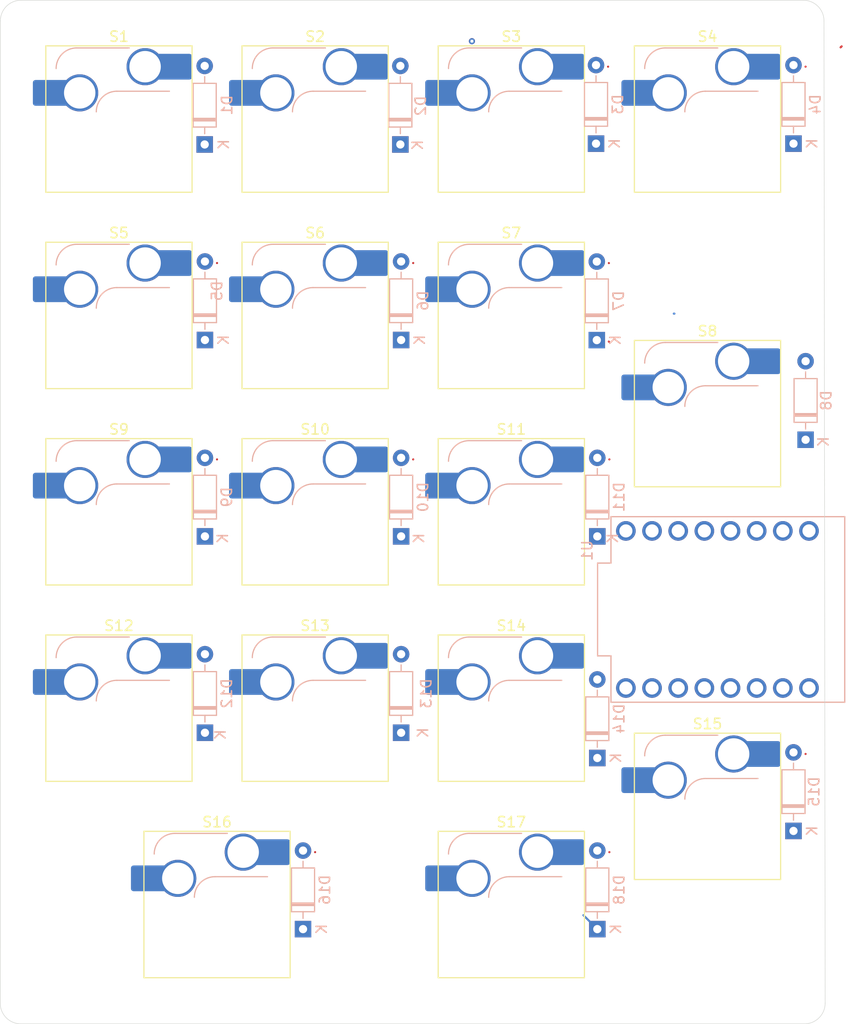
<source format=kicad_pcb>
(kicad_pcb (version 20240108) (generator "pcbnew") (generator_version "8.0")
  (layers (0 "F.Cu" signal) (31 "B.Cu" signal) (34 "B.Paste" user) (35 "F.Paste" user) (36 "B.SilkS" user "B.Silkscreen") (37 "F.SilkS" user "F.Silkscreen") (38 "B.Mask" user) (39 "F.Mask" user) (44 "Edge.Cuts" user))
  (net 0 "")
  (net 1 "Net-(D1-A)")
  (net 2 "Linha 0")
  (net 3 "Net-(D2-A)")
  (net 4 "Net-(D3-A)")
  (net 5 "Net-(D4-A)")
  (net 6 "Net-(D5-A)")
  (net 7 "Linha 1")
  (net 8 "Net-(D6-A)")
  (net 9 "Net-(D7-A)")
  (net 10 "Net-(D8-A)")
  (net 11 "Net-(D9-A)")
  (net 12 "Linha 2")
  (net 13 "Net-(D10-A)")
  (net 14 "Net-(D11-A)")
  (net 15 "Net-(D12-A)")
  (net 16 "Linha 3")
  (net 17 "Net-(D13-A)")
  (net 18 "Net-(D14-A)")
  (net 19 "Net-(D15-A)")
  (net 20 "Net-(D16-A)")
  (net 21 "Linha 4")
  (net 22 "Net-(D18-A)")
  (net 23 "Coluna 0")
  (net 24 "Coluna 1")
  (net 25 "Coluna 2")
  (net 26 "Coluna 3")
  (footprint "ScottoKeebs_Hotswap:Hotswap_MX_Plated_1.00u" (layer "F.Cu") (at 72.6 72.6)
    (property "Reference" "S11" (at 0 -8 0) (layer "F.SilkS"))
    (property "Value" "Keyswitch")
    (pad "" np_thru_hole circle (at -5.08 0) (size 1.75 1.75) (drill 1.75) (layers "F&B.Cu" "*.Mask") (clearance 0.1))
    (pad "" np_thru_hole circle (at 0 0) (size 4 4) (drill 4) (layers "*.Cu" "*.Mask"))
    (pad "" np_thru_hole circle (at 5.08 0) (size 1.75 1.75) (drill 1.75) (layers "*.Cu" "*.Mask"))
    (pad "1" smd roundrect (at -6.585 -2.54) (size 3.55 2.5) (layers "B.Cu") (roundrect_rratio 0.1) (net 25 "Coluna 2"))
    (pad "1" thru_hole circle (at -3.81 -2.54) (size 3.6 3.6) (drill 3.05) (layers "*.Cu" "*.Mask") (net 25 "Coluna 2"))
    (pad "2" thru_hole circle (at 2.54 -5.08) (size 3.6 3.6) (drill 3.05) (layers "*.Cu" "*.Mask") (net 14 "Net-(D11-A)"))
    (pad "2" smd roundrect (at 5.32 -5.08) (size 3.55 2.5) (layers "B.Cu") (roundrect_rratio 0.1) (net 14 "Net-(D11-A)"))
  )
  (footprint "ScottoKeebs_Hotswap:Hotswap_MX_Plated_1.00u" (layer "F.Cu") (at 34.5 34.5)
    (property "Reference" "S1" (at 0 -8 0) (layer "F.SilkS"))
    (property "Value" "Keyswitch")
    (pad "" np_thru_hole circle (at -5.08 0) (size 1.75 1.75) (drill 1.75) (layers "F&B.Cu" "*.Mask") (clearance 0.1))
    (pad "" np_thru_hole circle (at 0 0) (size 4 4) (drill 4) (layers "*.Cu" "*.Mask"))
    (pad "" np_thru_hole circle (at 5.08 0) (size 1.75 1.75) (drill 1.75) (layers "*.Cu" "*.Mask"))
    (pad "1" smd roundrect (at -6.585 -2.54) (size 3.55 2.5) (layers "B.Cu") (roundrect_rratio 0.1) (net 23 "Coluna 0"))
    (pad "1" thru_hole circle (at -3.81 -2.54) (size 3.6 3.6) (drill 3.05) (layers "*.Cu" "*.Mask") (net 23 "Coluna 0"))
    (pad "2" thru_hole circle (at 2.54 -5.08) (size 3.6 3.6) (drill 3.05) (layers "*.Cu" "*.Mask") (net 1 "Net-(D1-A)"))
    (pad "2" smd roundrect (at 5.32 -5.08) (size 3.55 2.5) (layers "B.Cu") (roundrect_rratio 0.1) (net 1 "Net-(D1-A)"))
  )
  (footprint "ScottoKeebs_Hotswap:Hotswap_MX_Plated_1.00u" (layer "F.Cu") (at 34.5 91.65)
    (property "Reference" "S12" (at 0 -8 0) (layer "F.SilkS"))
    (property "Value" "Keyswitch")
    (pad "" np_thru_hole circle (at -5.08 0) (size 1.75 1.75) (drill 1.75) (layers "F&B.Cu" "*.Mask") (clearance 0.1))
    (pad "" np_thru_hole circle (at 0 0) (size 4 4) (drill 4) (layers "*.Cu" "*.Mask"))
    (pad "" np_thru_hole circle (at 5.08 0) (size 1.75 1.75) (drill 1.75) (layers "*.Cu" "*.Mask"))
    (pad "1" smd roundrect (at -6.585 -2.54) (size 3.55 2.5) (layers "B.Cu") (roundrect_rratio 0.1) (net 23 "Coluna 0"))
    (pad "1" thru_hole circle (at -3.81 -2.54) (size 3.6 3.6) (drill 3.05) (layers "*.Cu" "*.Mask") (net 23 "Coluna 0"))
    (pad "2" thru_hole circle (at 2.54 -5.08) (size 3.6 3.6) (drill 3.05) (layers "*.Cu" "*.Mask") (net 15 "Net-(D12-A)"))
    (pad "2" smd roundrect (at 5.32 -5.08) (size 3.55 2.5) (layers "B.Cu") (roundrect_rratio 0.1) (net 15 "Net-(D12-A)"))
  )
  (footprint "ScottoKeebs_Hotswap:Hotswap_MX_Plated_1.00u" (layer "F.Cu") (at 53.55 72.6)
    (property "Reference" "S10" (at 0 -8 0) (layer "F.SilkS"))
    (property "Value" "Keyswitch")
    (pad "" np_thru_hole circle (at -5.08 0) (size 1.75 1.75) (drill 1.75) (layers "F&B.Cu" "*.Mask") (clearance 0.1))
    (pad "" np_thru_hole circle (at 0 0) (size 4 4) (drill 4) (layers "*.Cu" "*.Mask"))
    (pad "" np_thru_hole circle (at 5.08 0) (size 1.75 1.75) (drill 1.75) (layers "*.Cu" "*.Mask"))
    (pad "1" smd roundrect (at -6.585 -2.54) (size 3.55 2.5) (layers "B.Cu") (roundrect_rratio 0.1) (net 24 "Coluna 1"))
    (pad "1" thru_hole circle (at -3.81 -2.54) (size 3.6 3.6) (drill 3.05) (layers "*.Cu" "*.Mask") (net 24 "Coluna 1"))
    (pad "2" thru_hole circle (at 2.54 -5.08) (size 3.6 3.6) (drill 3.05) (layers "*.Cu" "*.Mask") (net 13 "Net-(D10-A)"))
    (pad "2" smd roundrect (at 5.32 -5.08) (size 3.55 2.5) (layers "B.Cu") (roundrect_rratio 0.1) (net 13 "Net-(D10-A)"))
  )
  (footprint "ScottoKeebs_Hotswap:Hotswap_MX_Plated_1.00u" (layer "F.Cu") (at 72.6 110.7)
    (property "Reference" "S17" (at 0 -8 0) (layer "F.SilkS"))
    (property "Value" "Keyswitch")
    (pad "" np_thru_hole circle (at -5.08 0) (size 1.75 1.75) (drill 1.75) (layers "F&B.Cu" "*.Mask") (clearance 0.1))
    (pad "" np_thru_hole circle (at 0 0) (size 4 4) (drill 4) (layers "*.Cu" "*.Mask"))
    (pad "" np_thru_hole circle (at 5.08 0) (size 1.75 1.75) (drill 1.75) (layers "*.Cu" "*.Mask"))
    (pad "1" smd roundrect (at -6.585 -2.54) (size 3.55 2.5) (layers "B.Cu") (roundrect_rratio 0.1) (net 25 "Coluna 2"))
    (pad "1" thru_hole circle (at -3.81 -2.54) (size 3.6 3.6) (drill 3.05) (layers "*.Cu" "*.Mask") (net 25 "Coluna 2"))
    (pad "2" thru_hole circle (at 2.54 -5.08) (size 3.6 3.6) (drill 3.05) (layers "*.Cu" "*.Mask") (net 22 "Net-(D18-A)"))
    (pad "2" smd roundrect (at 5.32 -5.08) (size 3.55 2.5) (layers "B.Cu") (roundrect_rratio 0.1) (net 22 "Net-(D18-A)"))
  )
  (footprint "ScottoKeebs_Hotswap:Hotswap_MX_Plated_1.00u" (layer "F.Cu") (at 53.55 91.65)
    (property "Reference" "S13" (at 0 -8 0) (layer "F.SilkS"))
    (property "Value" "Keyswitch")
    (pad "" np_thru_hole circle (at -5.08 0) (size 1.75 1.75) (drill 1.75) (layers "F&B.Cu" "*.Mask") (clearance 0.1))
    (pad "" np_thru_hole circle (at 0 0) (size 4 4) (drill 4) (layers "*.Cu" "*.Mask"))
    (pad "" np_thru_hole circle (at 5.08 0) (size 1.75 1.75) (drill 1.75) (layers "*.Cu" "*.Mask"))
    (pad "1" smd roundrect (at -6.585 -2.54) (size 3.55 2.5) (layers "B.Cu") (roundrect_rratio 0.1) (net 24 "Coluna 1"))
    (pad "1" thru_hole circle (at -3.81 -2.54) (size 3.6 3.6) (drill 3.05) (layers "*.Cu" "*.Mask") (net 24 "Coluna 1"))
    (pad "2" thru_hole circle (at 2.54 -5.08) (size 3.6 3.6) (drill 3.05) (layers "*.Cu" "*.Mask") (net 17 "Net-(D13-A)"))
    (pad "2" smd roundrect (at 5.32 -5.08) (size 3.55 2.5) (layers "B.Cu") (roundrect_rratio 0.1) (net 17 "Net-(D13-A)"))
  )
  (footprint "ScottoKeebs_Hotswap:Hotswap_MX_Plated_1.00u" (layer "F.Cu") (at 34.5 72.6)
    (property "Reference" "S9" (at 0 -8 0) (layer "F.SilkS"))
    (property "Value" "Keyswitch")
    (pad "" np_thru_hole circle (at -5.08 0) (size 1.75 1.75) (drill 1.75) (layers "F&B.Cu" "*.Mask") (clearance 0.1))
    (pad "" np_thru_hole circle (at 0 0) (size 4 4) (drill 4) (layers "*.Cu" "*.Mask"))
    (pad "" np_thru_hole circle (at 5.08 0) (size 1.75 1.75) (drill 1.75) (layers "*.Cu" "*.Mask"))
    (pad "1" smd roundrect (at -6.585 -2.54) (size 3.55 2.5) (layers "B.Cu") (roundrect_rratio 0.1) (net 23 "Coluna 0"))
    (pad "1" thru_hole circle (at -3.81 -2.54) (size 3.6 3.6) (drill 3.05) (layers "*.Cu" "*.Mask") (net 23 "Coluna 0"))
    (pad "2" thru_hole circle (at 2.54 -5.08) (size 3.6 3.6) (drill 3.05) (layers "*.Cu" "*.Mask") (net 11 "Net-(D9-A)"))
    (pad "2" smd roundrect (at 5.32 -5.08) (size 3.55 2.5) (layers "B.Cu") (roundrect_rratio 0.1) (net 11 "Net-(D9-A)"))
  )
  (footprint "ScottoKeebs_Hotswap:Hotswap_MX_Plated_1.00u" (layer "F.Cu") (at 44.025 110.7)
    (property "Reference" "S16" (at 0 -8 0) (layer "F.SilkS"))
    (property "Value" "Keyswitch")
    (pad "" np_thru_hole circle (at -5.08 0) (size 1.75 1.75) (drill 1.75) (layers "F&B.Cu" "*.Mask") (clearance 0.1))
    (pad "" np_thru_hole circle (at 0 0) (size 4 4) (drill 4) (layers "*.Cu" "*.Mask"))
    (pad "" np_thru_hole circle (at 5.08 0) (size 1.75 1.75) (drill 1.75) (layers "*.Cu" "*.Mask"))
    (pad "1" smd roundrect (at -6.585 -2.54) (size 3.55 2.5) (layers "B.Cu") (roundrect_rratio 0.1) (net 23 "Coluna 0"))
    (pad "1" thru_hole circle (at -3.81 -2.54) (size 3.6 3.6) (drill 3.05) (layers "*.Cu" "*.Mask") (net 23 "Coluna 0"))
    (pad "2" thru_hole circle (at 2.54 -5.08) (size 3.6 3.6) (drill 3.05) (layers "*.Cu" "*.Mask") (net 20 "Net-(D16-A)"))
    (pad "2" smd roundrect (at 5.32 -5.08) (size 3.55 2.5) (layers "B.Cu") (roundrect_rratio 0.1) (net 20 "Net-(D16-A)"))
  )
  (footprint "ScottoKeebs_Hotswap:Hotswap_MX_Plated_1.00u" (layer "F.Cu") (at 53.55 53.55)
    (property "Reference" "S6" (at 0 -8 0) (layer "F.SilkS"))
    (property "Value" "Keyswitch")
    (pad "" np_thru_hole circle (at -5.08 0) (size 1.75 1.75) (drill 1.75) (layers "F&B.Cu" "*.Mask") (clearance 0.1))
    (pad "" np_thru_hole circle (at 0 0) (size 4 4) (drill 4) (layers "*.Cu" "*.Mask"))
    (pad "" np_thru_hole circle (at 5.08 0) (size 1.75 1.75) (drill 1.75) (layers "*.Cu" "*.Mask"))
    (pad "1" smd roundrect (at -6.585 -2.54) (size 3.55 2.5) (layers "B.Cu") (roundrect_rratio 0.1) (net 24 "Coluna 1"))
    (pad "1" thru_hole circle (at -3.81 -2.54) (size 3.6 3.6) (drill 3.05) (layers "*.Cu" "*.Mask") (net 24 "Coluna 1"))
    (pad "2" thru_hole circle (at 2.54 -5.08) (size 3.6 3.6) (drill 3.05) (layers "*.Cu" "*.Mask") (net 8 "Net-(D6-A)"))
    (pad "2" smd roundrect (at 5.32 -5.08) (size 3.55 2.5) (layers "B.Cu") (roundrect_rratio 0.1) (net 8 "Net-(D6-A)"))
  )
  (footprint "ScottoKeebs_Hotswap:Hotswap_MX_Plated_1.00u" (layer "F.Cu") (at 91.65 101.175)
    (property "Reference" "S15" (at 0 -8 0) (layer "F.SilkS"))
    (property "Value" "Keyswitch")
    (pad "" np_thru_hole circle (at -5.08 0) (size 1.75 1.75) (drill 1.75) (layers "F&B.Cu" "*.Mask") (clearance 0.1))
    (pad "" np_thru_hole circle (at 0 0) (size 4 4) (drill 4) (layers "*.Cu" "*.Mask"))
    (pad "" np_thru_hole circle (at 5.08 0) (size 1.75 1.75) (drill 1.75) (layers "*.Cu" "*.Mask"))
    (pad "1" smd roundrect (at -6.585 -2.54) (size 3.55 2.5) (layers "B.Cu") (roundrect_rratio 0.1) (net 26 "Coluna 3"))
    (pad "1" thru_hole circle (at -3.81 -2.54) (size 3.6 3.6) (drill 3.05) (layers "*.Cu" "*.Mask") (net 26 "Coluna 3"))
    (pad "2" thru_hole circle (at 2.54 -5.08) (size 3.6 3.6) (drill 3.05) (layers "*.Cu" "*.Mask") (net 19 "Net-(D15-A)"))
    (pad "2" smd roundrect (at 5.32 -5.08) (size 3.55 2.5) (layers "B.Cu") (roundrect_rratio 0.1) (net 19 "Net-(D15-A)"))
  )
  (footprint "ScottoKeebs_Hotswap:Hotswap_MX_Plated_1.00u" (layer "F.Cu") (at 53.55 34.5)
    (property "Reference" "S2" (at 0 -8 0) (layer "F.SilkS"))
    (property "Value" "Keyswitch")
    (pad "" np_thru_hole circle (at -5.08 0) (size 1.75 1.75) (drill 1.75) (layers "F&B.Cu" "*.Mask") (clearance 0.1))
    (pad "" np_thru_hole circle (at 0 0) (size 4 4) (drill 4) (layers "*.Cu" "*.Mask"))
    (pad "" np_thru_hole circle (at 5.08 0) (size 1.75 1.75) (drill 1.75) (layers "*.Cu" "*.Mask"))
    (pad "1" smd roundrect (at -6.585 -2.54) (size 3.55 2.5) (layers "B.Cu") (roundrect_rratio 0.1) (net 24 "Coluna 1"))
    (pad "1" thru_hole circle (at -3.81 -2.54) (size 3.6 3.6) (drill 3.05) (layers "*.Cu" "*.Mask") (net 24 "Coluna 1"))
    (pad "2" thru_hole circle (at 2.54 -5.08) (size 3.6 3.6) (drill 3.05) (layers "*.Cu" "*.Mask") (net 3 "Net-(D2-A)"))
    (pad "2" smd roundrect (at 5.32 -5.08) (size 3.55 2.5) (layers "B.Cu") (roundrect_rratio 0.1) (net 3 "Net-(D2-A)"))
  )
  (footprint "ScottoKeebs_Hotswap:Hotswap_MX_Plated_1.00u" (layer "F.Cu") (at 72.6 53.55)
    (property "Reference" "S7" (at 0 -8 0) (layer "F.SilkS"))
    (property "Value" "Keyswitch")
    (pad "" np_thru_hole circle (at -5.08 0) (size 1.75 1.75) (drill 1.75) (layers "F&B.Cu" "*.Mask") (clearance 0.1))
    (pad "" np_thru_hole circle (at 0 0) (size 4 4) (drill 4) (layers "*.Cu" "*.Mask"))
    (pad "" np_thru_hole circle (at 5.08 0) (size 1.75 1.75) (drill 1.75) (layers "*.Cu" "*.Mask"))
    (pad "1" smd roundrect (at -6.585 -2.54) (size 3.55 2.5) (layers "B.Cu") (roundrect_rratio 0.1) (net 25 "Coluna 2"))
    (pad "1" thru_hole circle (at -3.81 -2.54) (size 3.6 3.6) (drill 3.05) (layers "*.Cu" "*.Mask") (net 25 "Coluna 2"))
    (pad "2" thru_hole circle (at 2.54 -5.08) (size 3.6 3.6) (drill 3.05) (layers "*.Cu" "*.Mask") (net 9 "Net-(D7-A)"))
    (pad "2" smd roundrect (at 5.32 -5.08) (size 3.55 2.5) (layers "B.Cu") (roundrect_rratio 0.1) (net 9 "Net-(D7-A)"))
  )
  (footprint "ScottoKeebs_Hotswap:Hotswap_MX_Plated_1.00u" (layer "F.Cu") (at 91.65 63.075)
    (property "Reference" "S8" (at 0 -8 0) (layer "F.SilkS"))
    (property "Value" "Keyswitch")
    (pad "" np_thru_hole circle (at -5.08 0) (size 1.75 1.75) (drill 1.75) (layers "F&B.Cu" "*.Mask") (clearance 0.1))
    (pad "" np_thru_hole circle (at 0 0) (size 4 4) (drill 4) (layers "*.Cu" "*.Mask"))
    (pad "" np_thru_hole circle (at 5.08 0) (size 1.75 1.75) (drill 1.75) (layers "*.Cu" "*.Mask"))
    (pad "1" smd roundrect (at -6.585 -2.54) (size 3.55 2.5) (layers "B.Cu") (roundrect_rratio 0.1) (net 26 "Coluna 3"))
    (pad "1" thru_hole circle (at -3.81 -2.54) (size 3.6 3.6) (drill 3.05) (layers "*.Cu" "*.Mask") (net 26 "Coluna 3"))
    (pad "2" thru_hole circle (at 2.54 -5.08) (size 3.6 3.6) (drill 3.05) (layers "*.Cu" "*.Mask") (net 10 "Net-(D8-A)"))
    (pad "2" smd roundrect (at 5.32 -5.08) (size 3.55 2.5) (layers "B.Cu") (roundrect_rratio 0.1) (net 10 "Net-(D8-A)"))
  )
  (footprint "ScottoKeebs_Hotswap:Hotswap_MX_Plated_1.00u" (layer "F.Cu") (at 72.6 34.5)
    (property "Reference" "S3" (at 0 -8 0) (layer "F.SilkS"))
    (property "Value" "Keyswitch")
    (pad "" np_thru_hole circle (at -5.08 0) (size 1.75 1.75) (drill 1.75) (layers "F&B.Cu" "*.Mask") (clearance 0.1))
    (pad "" np_thru_hole circle (at 0 0) (size 4 4) (drill 4) (layers "*.Cu" "*.Mask"))
    (pad "" np_thru_hole circle (at 5.08 0) (size 1.75 1.75) (drill 1.75) (layers "*.Cu" "*.Mask"))
    (pad "1" smd roundrect (at -6.585 -2.54) (size 3.55 2.5) (layers "B.Cu") (roundrect_rratio 0.1) (net 25 "Coluna 2"))
    (pad "1" thru_hole circle (at -3.81 -2.54) (size 3.6 3.6) (drill 3.05) (layers "*.Cu" "*.Mask") (net 25 "Coluna 2"))
    (pad "2" thru_hole circle (at 2.54 -5.08) (size 3.6 3.6) (drill 3.05) (layers "*.Cu" "*.Mask") (net 4 "Net-(D3-A)"))
    (pad "2" smd roundrect (at 5.32 -5.08) (size 3.55 2.5) (layers "B.Cu") (roundrect_rratio 0.1) (net 4 "Net-(D3-A)"))
  )
  (footprint "ScottoKeebs_Hotswap:Hotswap_MX_Plated_1.00u" (layer "F.Cu") (at 91.65 34.5)
    (property "Reference" "S4" (at 0 -8 0) (layer "F.SilkS"))
    (property "Value" "Keyswitch")
    (pad "" np_thru_hole circle (at -5.08 0) (size 1.75 1.75) (drill 1.75) (layers "F&B.Cu" "*.Mask") (clearance 0.1))
    (pad "" np_thru_hole circle (at 0 0) (size 4 4) (drill 4) (layers "*.Cu" "*.Mask"))
    (pad "" np_thru_hole circle (at 5.08 0) (size 1.75 1.75) (drill 1.75) (layers "*.Cu" "*.Mask"))
    (pad "1" smd roundrect (at -6.585 -2.54) (size 3.55 2.5) (layers "B.Cu") (roundrect_rratio 0.1) (net 26 "Coluna 3"))
    (pad "1" thru_hole circle (at -3.81 -2.54) (size 3.6 3.6) (drill 3.05) (layers "*.Cu" "*.Mask") (net 26 "Coluna 3"))
    (pad "2" thru_hole circle (at 2.54 -5.08) (size 3.6 3.6) (drill 3.05) (layers "*.Cu" "*.Mask") (net 5 "Net-(D4-A)"))
    (pad "2" smd roundrect (at 5.32 -5.08) (size 3.55 2.5) (layers "B.Cu") (roundrect_rratio 0.1) (net 5 "Net-(D4-A)"))
  )
  (footprint "ScottoKeebs_Hotswap:Hotswap_MX_Plated_1.00u" (layer "F.Cu") (at 72.6 91.65)
    (property "Reference" "S14" (at 0 -8 0) (layer "F.SilkS"))
    (property "Value" "Keyswitch")
    (pad "" np_thru_hole circle (at -5.08 0) (size 1.75 1.75) (drill 1.75) (layers "F&B.Cu" "*.Mask") (clearance 0.1))
    (pad "" np_thru_hole circle (at 0 0) (size 4 4) (drill 4) (layers "*.Cu" "*.Mask"))
    (pad "" np_thru_hole circle (at 5.08 0) (size 1.75 1.75) (drill 1.75) (layers "*.Cu" "*.Mask"))
    (pad "1" smd roundrect (at -6.585 -2.54) (size 3.55 2.5) (layers "B.Cu") (roundrect_rratio 0.1) (net 25 "Coluna 2"))
    (pad "1" thru_hole circle (at -3.81 -2.54) (size 3.6 3.6) (drill 3.05) (layers "*.Cu" "*.Mask") (net 25 "Coluna 2"))
    (pad "2" thru_hole circle (at 2.54 -5.08) (size 3.6 3.6) (drill 3.05) (layers "*.Cu" "*.Mask") (net 18 "Net-(D14-A)"))
    (pad "2" smd roundrect (at 5.32 -5.08) (size 3.55 2.5) (layers "B.Cu") (roundrect_rratio 0.1) (net 18 "Net-(D14-A)"))
  )
  (footprint "ScottoKeebs_Hotswap:Hotswap_MX_Plated_1.00u" (layer "F.Cu") (at 34.5 53.55)
    (property "Reference" "S5" (at 0 -8 0) (layer "F.SilkS"))
    (property "Value" "Keyswitch")
    (pad "" np_thru_hole circle (at -5.08 0) (size 1.75 1.75) (drill 1.75) (layers "F&B.Cu" "*.Mask") (clearance 0.1))
    (pad "" np_thru_hole circle (at 0 0) (size 4 4) (drill 4) (layers "*.Cu" "*.Mask"))
    (pad "" np_thru_hole circle (at 5.08 0) (size 1.75 1.75) (drill 1.75) (layers "*.Cu" "*.Mask"))
    (pad "1" smd roundrect (at -6.585 -2.54) (size 3.55 2.5) (layers "B.Cu") (roundrect_rratio 0.1) (net 23 "Coluna 0"))
    (pad "1" thru_hole circle (at -3.81 -2.54) (size 3.6 3.6) (drill 3.05) (layers "*.Cu" "*.Mask") (net 23 "Coluna 0"))
    (pad "2" thru_hole circle (at 2.54 -5.08) (size 3.6 3.6) (drill 3.05) (layers "*.Cu" "*.Mask") (net 6 "Net-(D5-A)"))
    (pad "2" smd roundrect (at 5.32 -5.08) (size 3.55 2.5) (layers "B.Cu") (roundrect_rratio 0.1) (net 6 "Net-(D5-A)"))
  )
  (footprint "Diode_THT:D_DO-35_SOD27_P7.62mm_Horizontal" (layer "B.Cu") (at 42.85 94.035 90)
    (property "Reference" "D12" (at 3.81 2.12 90) (layer "B.SilkS") (effects (justify mirror)))
    (property "Value" "Diode")
    (fp_text user "K" (at -0.19 1.5 90) (layer "B.SilkS") (effects (justify mirror)))
    (pad "1" thru_hole rect (at 0 0 90) (size 1.6 1.6) (drill 0.8) (layers "*.Cu" "*.Mask") (net 16 "Linha 3"))
    (pad "2" thru_hole oval (at 7.62 0 90) (size 1.6 1.6) (drill 0.8) (layers "*.Cu" "*.Mask") (net 15 "Net-(D12-A)"))
  )
  (footprint "Diode_THT:D_DO-35_SOD27_P7.62mm_Horizontal" (layer "B.Cu") (at 42.85 74.985 90)
    (property "Reference" "D9" (at 3.81 2.12 90) (layer "B.SilkS") (effects (justify mirror)))
    (property "Value" "Diode")
    (fp_text user "K" (at -0.19 1.727258 90) (layer "B.SilkS") (effects (justify mirror)))
    (pad "1" thru_hole rect (at 0 0 90) (size 1.6 1.6) (drill 0.8) (layers "*.Cu" "*.Mask") (net 12 "Linha 2"))
    (pad "2" thru_hole oval (at 7.62 0 90) (size 1.6 1.6) (drill 0.8) (layers "*.Cu" "*.Mask") (net 11 "Net-(D9-A)"))
  )
  (footprint "Diode_THT:D_DO-35_SOD27_P7.62mm_Horizontal" (layer "B.Cu") (at 80.9 55.945 90)
    (property "Reference" "D7" (at 3.81 2.12 90) (layer "B.SilkS") (effects (justify mirror)))
    (property "Value" "Diode")
    (fp_text user "K" (at 0 1.8 90) (layer "B.SilkS") (effects (justify mirror)))
    (pad "1" thru_hole rect (at 0 0 90) (size 1.6 1.6) (drill 0.8) (layers "*.Cu" "*.Mask") (net 7 "Linha 1"))
    (pad "2" thru_hole oval (at 7.62 0 90) (size 1.6 1.6) (drill 0.8) (layers "*.Cu" "*.Mask") (net 9 "Net-(D7-A)"))
  )
  (footprint "Diode_THT:D_DO-35_SOD27_P7.62mm_Horizontal" (layer "B.Cu") (at 61.9 74.985 90)
    (property "Reference" "D10" (at 3.81 2.12 90) (layer "B.SilkS") (effects (justify mirror)))
    (property "Value" "Diode")
    (fp_text user "K" (at -0.19 1.727258 90) (layer "B.SilkS") (effects (justify mirror)))
    (pad "1" thru_hole rect (at 0 0 90) (size 1.6 1.6) (drill 0.8) (layers "*.Cu" "*.Mask") (net 12 "Linha 2"))
    (pad "2" thru_hole oval (at 7.62 0 90) (size 1.6 1.6) (drill 0.8) (layers "*.Cu" "*.Mask") (net 13 "Net-(D10-A)"))
  )
  (footprint "Diode_THT:D_DO-35_SOD27_P7.62mm_Horizontal" (layer "B.Cu") (at 80.95 96.485 90)
    (property "Reference" "D14" (at 3.81 2.12 90) (layer "B.SilkS") (effects (justify mirror)))
    (property "Value" "Diode")
    (fp_text user "K" (at 0 1.8 90) (layer "B.SilkS") (effects (justify mirror)))
    (pad "1" thru_hole rect (at 0 0 90) (size 1.6 1.6) (drill 0.8) (layers "*.Cu" "*.Mask") (net 16 "Linha 3"))
    (pad "2" thru_hole oval (at 7.62 0 90) (size 1.6 1.6) (drill 0.8) (layers "*.Cu" "*.Mask") (net 18 "Net-(D14-A)"))
  )
  (footprint "Diode_THT:D_DO-35_SOD27_P7.62mm_Horizontal" (layer "B.Cu") (at 80.95 74.985 90)
    (property "Reference" "D11" (at 3.81 2.12 90) (layer "B.SilkS") (effects (justify mirror)))
    (property "Value" "Diode")
    (fp_text user "K" (at -0.19 1.5 90) (layer "B.SilkS") (effects (justify mirror)))
    (pad "1" thru_hole rect (at 0 0 90) (size 1.6 1.6) (drill 0.8) (layers "*.Cu" "*.Mask") (net 12 "Linha 2"))
    (pad "2" thru_hole oval (at 7.62 0 90) (size 1.6 1.6) (drill 0.8) (layers "*.Cu" "*.Mask") (net 14 "Net-(D11-A)"))
  )
  (footprint "Diode_THT:D_DO-35_SOD27_P7.62mm_Horizontal" (layer "B.Cu") (at 100 103.56 90)
    (property "Reference" "D15" (at 3.81 2 90) (layer "B.SilkS") (effects (justify mirror)))
    (property "Value" "Diode")
    (fp_text user "K" (at 0 1.8 90) (layer "B.SilkS") (effects (justify mirror)))
    (pad "1" thru_hole rect (at 0 0 90) (size 1.6 1.6) (drill 0.8) (layers "*.Cu" "*.Mask") (net 16 "Linha 3"))
    (pad "2" thru_hole oval (at 7.62 0 90) (size 1.6 1.6) (drill 0.8) (layers "*.Cu" "*.Mask") (net 19 "Net-(D15-A)"))
  )
  (footprint "Diode_THT:D_DO-35_SOD27_P7.62mm_Horizontal" (layer "B.Cu") (at 61.9 94.035 90)
    (property "Reference" "D13" (at 3.81 2.4375 90) (layer "B.SilkS") (effects (justify mirror)))
    (property "Value" "Diode")
    (fp_text user "K" (at 0 2.1175 90) (layer "B.SilkS") (effects (justify mirror)))
    (pad "1" thru_hole rect (at 0 0 90) (size 1.6 1.6) (drill 0.8) (layers "*.Cu" "*.Mask") (net 16 "Linha 3"))
    (pad "2" thru_hole oval (at 7.62 0 90) (size 1.6 1.6) (drill 0.8) (layers "*.Cu" "*.Mask") (net 17 "Net-(D13-A)"))
  )
  (footprint "Diode_THT:D_DO-35_SOD27_P7.62mm_Horizontal" (layer "B.Cu") (at 61.9 55.935 90)
    (property "Reference" "D6" (at 3.81 2.12 90) (layer "B.SilkS") (effects (justify mirror)))
    (property "Value" "Diode")
    (fp_text user "K" (at 0 1.8 90) (layer "B.SilkS") (effects (justify mirror)))
    (pad "1" thru_hole rect (at 0 0 90) (size 1.6 1.6) (drill 0.8) (layers "*.Cu" "*.Mask") (net 7 "Linha 1"))
    (pad "2" thru_hole oval (at 7.62 0 90) (size 1.6 1.6) (drill 0.8) (layers "*.Cu" "*.Mask") (net 8 "Net-(D6-A)"))
  )
  (footprint "ESP32-C3_SUPERMINI:MODULE_ESP32-C3_SUPERMINI" (layer "B.Cu") (at 93.625 82.075 -90)
    (property "Reference" "U1" (at -5.715 13.6525 90) (layer "B.SilkS") (effects (justify mirror)))
    (property "Value" "ESP32-C3_SUPERMINI")
    (pad "0" thru_hole circle (at 7.62 -7.88 270) (size 1.905 1.905) (drill 1.27) (layers "*.Cu" "*.Mask") (net 23 "Coluna 0"))
    (pad "1" thru_hole circle (at 7.62 -5.34 270) (size 1.905 1.905) (drill 1.27) (layers "*.Cu" "*.Mask") (net 24 "Coluna 1"))
    (pad "2" thru_hole circle (at 7.62 -2.8 270) (size 1.905 1.905) (drill 1.27) (layers "*.Cu" "*.Mask") (net 25 "Coluna 2"))
    (pad "3" thru_hole circle (at 7.62 -0.26 270) (size 1.905 1.905) (drill 1.27) (layers "*.Cu" "*.Mask") (net 26 "Coluna 3"))
    (pad "3.3" thru_hole circle (at 7.62 4.82 270) (size 1.905 1.905) (drill 1.27) (layers "*.Cu" "*.Mask"))
    (pad "4" thru_hole circle (at 7.62 2.28 270) (size 1.905 1.905) (drill 1.27) (layers "*.Cu" "*.Mask") (net 2 "Linha 0"))
    (pad "5" thru_hole circle (at -7.62 9.9 270) (size 1.905 1.905) (drill 1.27) (layers "*.Cu" "*.Mask") (net 12 "Linha 2"))
    (pad "5V" thru_hole circle (at 7.62 9.9 270) (size 1.905 1.905) (drill 1.27) (layers "*.Cu" "*.Mask"))
    (pad "6" thru_hole circle (at -7.62 7.36 270) (size 1.905 1.905) (drill 1.27) (layers "*.Cu" "*.Mask") (net 16 "Linha 3"))
    (pad "7" thru_hole circle (at -7.62 4.82 270) (size 1.905 1.905) (drill 1.27) (layers "*.Cu" "*.Mask") (net 7 "Linha 1"))
    (pad "8" thru_hole circle (at -7.62 2.28 270) (size 1.905 1.905) (drill 1.27) (layers "*.Cu" "*.Mask") (net 21 "Linha 4"))
    (pad "9" thru_hole circle (at -7.62 -0.26 270) (size 1.905 1.905) (drill 1.27) (layers "*.Cu" "*.Mask"))
    (pad "10" thru_hole circle (at -7.62 -2.8 270) (size 1.905 1.905) (drill 1.27) (layers "*.Cu" "*.Mask"))
    (pad "20" thru_hole circle (at -7.62 -5.34 270) (size 1.905 1.905) (drill 1.27) (layers "*.Cu" "*.Mask"))
    (pad "21" thru_hole circle (at -7.62 -7.88 270) (size 1.905 1.905) (drill 1.27) (layers "*.Cu" "*.Mask"))
    (pad "G" thru_hole circle (at 7.62 7.36 270) (size 1.905 1.905) (drill 1.27) (layers "*.Cu" "*.Mask"))
  )
  (footprint "Diode_THT:D_DO-35_SOD27_P7.62mm_Horizontal" (layer "B.Cu") (at 42.85 55.935 90)
    (property "Reference" "D5" (at 4.76 1.17 90) (layer "B.SilkS") (effects (justify mirror)))
    (property "Value" "Diode")
    (fp_text user "K" (at 0 1.8 90) (layer "B.SilkS") (effects (justify mirror)))
    (pad "1" thru_hole rect (at 0 0 90) (size 1.6 1.6) (drill 0.8) (layers "*.Cu" "*.Mask") (net 7 "Linha 1"))
    (pad "2" thru_hole oval (at 7.62 0 90) (size 1.6 1.6) (drill 0.8) (layers "*.Cu" "*.Mask") (net 6 "Net-(D5-A)"))
  )
  (footprint "Diode_THT:D_DO-35_SOD27_P7.62mm_Horizontal" (layer "B.Cu") (at 52.375 113.085 90)
    (property "Reference" "D16" (at 3.81 2.12 90) (layer "B.SilkS") (effects (justify mirror)))
    (property "Value" "Diode")
    (fp_text user "K" (at 0 1.8 90) (layer "B.SilkS") (effects (justify mirror)))
    (pad "1" thru_hole rect (at 0 0 90) (size 1.6 1.6) (drill 0.8) (layers "*.Cu" "*.Mask") (net 21 "Linha 4"))
    (pad "2" thru_hole oval (at 7.62 0 90) (size 1.6 1.6) (drill 0.8) (layers "*.Cu" "*.Mask") (net 20 "Net-(D16-A)"))
  )
  (footprint "Diode_THT:D_DO-35_SOD27_P7.62mm_Horizontal" (layer "B.Cu") (at 42.825 36.965 90)
    (property "Reference" "D1" (at 3.81 2.17 90) (layer "B.SilkS") (effects (justify mirror)))
    (property "Value" "Diode")
    (fp_text user "K" (at 0 1.85 90) (layer "B.SilkS") (effects (justify mirror)))
    (pad "1" thru_hole rect (at 0 0 90) (size 1.6 1.6) (drill 0.8) (layers "*.Cu" "*.Mask") (net 2 "Linha 0"))
    (pad "2" thru_hole oval (at 7.62 0 90) (size 1.6 1.6) (drill 0.8) (layers "*.Cu" "*.Mask") (net 1 "Net-(D1-A)"))
  )
  (footprint "Diode_THT:D_DO-35_SOD27_P7.62mm_Horizontal" (layer "B.Cu") (at 80.825 36.885 90)
    (property "Reference" "D3" (at 3.81 2.12 90) (layer "B.SilkS") (effects (justify mirror)))
    (property "Value" "Diode")
    (fp_text user "K" (at 0 1.8 90) (layer "B.SilkS") (effects (justify mirror)))
    (pad "1" thru_hole rect (at 0 0 90) (size 1.6 1.6) (drill 0.8) (layers "*.Cu" "*.Mask") (net 2 "Linha 0"))
    (pad "2" thru_hole oval (at 7.62 0 90) (size 1.6 1.6) (drill 0.8) (layers "*.Cu" "*.Mask") (net 4 "Net-(D3-A)"))
  )
  (footprint "Diode_THT:D_DO-35_SOD27_P7.62mm_Horizontal" (layer "B.Cu") (at 61.825 36.965 90)
    (property "Reference" "D2" (at 3.74 1.975 90) (layer "B.SilkS") (effects (justify mirror)))
    (property "Value" "Diode")
    (fp_text user "K" (at -0.06 1.675 90) (layer "B.SilkS") (effects (justify mirror)))
    (pad "1" thru_hole rect (at 0 0 90) (size 1.6 1.6) (drill 0.8) (layers "*.Cu" "*.Mask") (net 2 "Linha 0"))
    (pad "2" thru_hole oval (at 7.62 0 90) (size 1.6 1.6) (drill 0.8) (layers "*.Cu" "*.Mask") (net 3 "Net-(D2-A)"))
  )
  (footprint "Diode_THT:D_DO-35_SOD27_P7.62mm_Horizontal" (layer "B.Cu") (at 101.175 65.61 90)
    (property "Reference" "D8" (at 3.81 2 90) (layer "B.SilkS") (effects (justify mirror)))
    (property "Value" "Diode")
    (fp_text user "K" (at -0.19 1.727258 90) (layer "B.SilkS") (effects (justify mirror)))
    (pad "1" thru_hole rect (at 0 0 90) (size 1.6 1.6) (drill 0.8) (layers "*.Cu" "*.Mask") (net 7 "Linha 1"))
    (pad "2" thru_hole oval (at 7.62 0 90) (size 1.6 1.6) (drill 0.8) (layers "*.Cu" "*.Mask") (net 10 "Net-(D8-A)"))
  )
  (footprint "Diode_THT:D_DO-35_SOD27_P7.62mm_Horizontal" (layer "B.Cu") (at 80.95 113.085 90)
    (property "Reference" "D18" (at 3.81 2.12 90) (layer "B.SilkS") (effects (justify mirror)))
    (property "Value" "Diode")
    (fp_text user "K" (at 0 1.8 90) (layer "B.SilkS") (effects (justify mirror)))
    (pad "1" thru_hole rect (at 0 0 90) (size 1.6 1.6) (drill 0.8) (layers "*.Cu" "*.Mask") (net 21 "Linha 4"))
    (pad "2" thru_hole oval (at 7.62 0 90) (size 1.6 1.6) (drill 0.8) (layers "*.Cu" "*.Mask") (net 22 "Net-(D18-A)"))
  )
  (footprint "Diode_THT:D_DO-35_SOD27_P7.62mm_Horizontal" (layer "B.Cu") (at 100 36.885 90)
    (property "Reference" "D4" (at 3.81 2.12 90) (layer "B.SilkS") (effects (justify mirror)))
    (property "Value" "Diode")
    (fp_text user "K" (at 0 1.8 90) (layer "B.SilkS") (effects (justify mirror)))
    (pad "1" thru_hole rect (at 0 0 90) (size 1.6 1.6) (drill 0.8) (layers "*.Cu" "*.Mask") (net 2 "Linha 0"))
    (pad "2" thru_hole oval (at 7.62 0 90) (size 1.6 1.6) (drill 0.8) (layers "*.Cu" "*.Mask") (net 5 "Net-(D4-A)"))
  )
  (gr_line (start 100.960786 22.975) (end 24.989214 22.975) (stroke (width 0.05)) (layer "Edge.Cuts"))
  (gr_arc (start 100.960786 22.975) (mid 102.375 23.560786) (end 102.960786 24.975) (stroke (width 0.05)) (layer "Edge.Cuts"))
  (gr_arc (start 103.075 120.275) (mid 102.480056 121.690106) (end 101.060786 122.27505) (stroke (width 0.05)) (layer "Edge.Cuts"))
  (gr_line (start 22.989214 24.975) (end 22.975 120.275) (stroke (width 0.05)) (layer "Edge.Cuts"))
  (gr_line (start 101.060786 122.27505) (end 24.975 122.275) (stroke (width 0.05)) (layer "Edge.Cuts"))
  (gr_line (start 102.960786 24.975) (end 103.075 120.275) (stroke (width 0.05)) (layer "Edge.Cuts"))
  (gr_arc (start 22.989214 24.975) (mid 23.575 23.560786) (end 24.989214 22.975) (stroke (width 0.05)) (layer "Edge.Cuts"))
  (gr_arc (start 24.975 122.275) (mid 23.560786 121.689214) (end 22.975 120.275) (stroke (width 0.05)) (layer "Edge.Cuts"))
  (segment (start 42.75 29.27) (end 42.825 29.345) (width 0.2) (layer "F.Cu") (net 1))
  (segment (start 42.905 36.885) (end 42.825 36.965) (width 0.2) (layer "F.Cu") (net 2))
  (segment (start 81.995 29.42) (end 82 29.415) (width 0.2) (layer "F.Cu") (net 4))
  (segment (start 101.17 29.42) (end 101.175 29.415) (width 0.2) (layer "F.Cu") (net 5))
  (segment (start 44.02 48.47) (end 44.025 48.465) (width 0.2) (layer "F.Cu") (net 6))
  (segment (start 82.065 56.085) (end 82.075 56.095) (width 0.2) (layer "F.Cu") (net 7))
  (segment (start 63.07 48.47) (end 63.075 48.465) (width 0.2) (layer "F.Cu") (net 8))
  (segment (start 82.07 48.47) (end 82.075 48.475) (width 0.2) (layer "F.Cu") (net 9))
  (segment (start 101.17 57.995) (end 101.175 57.99) (width 0.2) (layer "F.Cu") (net 10))
  (segment (start 44.02 67.52) (end 44.025 67.515) (width 0.2) (layer "F.Cu") (net 11))
  (segment (start 88.375 53.375) (end 88.44 53.375) (width 0.2) (layer "B.Cu") (net 12))
  (segment (start 63.07 67.52) (end 63.075 67.515) (width 0.2) (layer "F.Cu") (net 13))
  (segment (start 82.12 67.52) (end 82.125 67.515) (width 0.2) (layer "F.Cu") (net 14))
  (segment (start 37.045 86.565) (end 37.04 86.57) (width 0.2) (layer "F.Cu") (net 15))
  (segment (start 56.095 86.565) (end 56.09 86.57) (width 0.2) (layer "F.Cu") (net 17))
  (segment (start 75.145 86.565) (end 75.14 86.57) (width 0.2) (layer "F.Cu") (net 18))
  (segment (start 101.17 96.095) (end 101.175 96.09) (width 0.2) (layer "F.Cu") (net 19))
  (segment (start 53.545 105.62) (end 53.55 105.615) (width 0.2) (layer "F.Cu") (net 20))
  (segment (start 79.6 111.735) (end 80.95 113.085) (width 0.2) (layer "B.Cu") (net 21))
  (segment (start 82.12 105.62) (end 82.125 105.615) (width 0.2) (layer "F.Cu") (net 22))
  (segment (start 40.255 108.12) (end 40.215 108.16) (width 0.2) (layer "B.Cu") (net 23))
  (segment (start 104.675 27.445) (end 104.5725 27.5475) (width 0.2) (layer "F.Cu") (net 24))
  (via (at 68.775 26.9475) (size 0.6) (drill 0.3) (layers "F.Cu" "B.Cu") (net 25))
  (segment (start 68.775 26.9475) (end 68.79 26.9625) (width 0.2) (layer "B.Cu") (net 25))
  (segment (start 88.03 98.445) (end 87.84 98.635) (width 0.2) (layer "B.Cu") (net 26))
)
</source>
